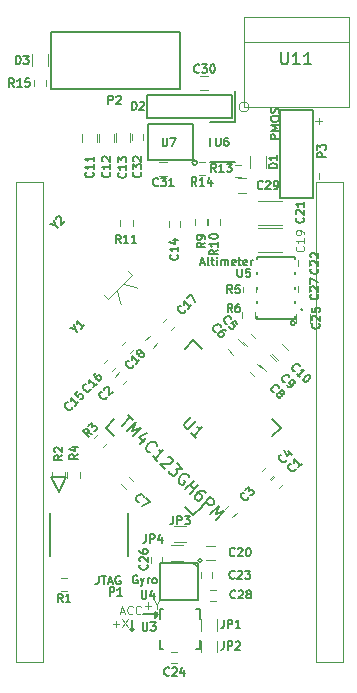
<source format=gbr>
G04 #@! TF.FileFunction,Legend,Top*
%FSLAX46Y46*%
G04 Gerber Fmt 4.6, Leading zero omitted, Abs format (unit mm)*
G04 Created by KiCad (PCBNEW 4.0.7) date 07/17/18 10:36:10*
%MOMM*%
%LPD*%
G01*
G04 APERTURE LIST*
%ADD10C,0.100000*%
%ADD11C,0.200000*%
%ADD12C,0.150000*%
%ADD13C,0.120000*%
%ADD14C,0.152400*%
%ADD15C,0.125000*%
G04 APERTURE END LIST*
D10*
D11*
X109734391Y-99590000D02*
G75*
G03X109734391Y-99590000I-184391J0D01*
G01*
D12*
X108376667Y-83993333D02*
X107676667Y-83993333D01*
X107676667Y-83726667D01*
X107710000Y-83660000D01*
X107743333Y-83626667D01*
X107810000Y-83593333D01*
X107910000Y-83593333D01*
X107976667Y-83626667D01*
X108010000Y-83660000D01*
X108043333Y-83726667D01*
X108043333Y-83993333D01*
X108376667Y-83293333D02*
X107676667Y-83293333D01*
X108176667Y-83060000D01*
X107676667Y-82826667D01*
X108376667Y-82826667D01*
X107676667Y-82360000D02*
X107676667Y-82226667D01*
X107710000Y-82160000D01*
X107776667Y-82093333D01*
X107910000Y-82060000D01*
X108143333Y-82060000D01*
X108276667Y-82093333D01*
X108343333Y-82160000D01*
X108376667Y-82226667D01*
X108376667Y-82360000D01*
X108343333Y-82426667D01*
X108276667Y-82493333D01*
X108143333Y-82526667D01*
X107910000Y-82526667D01*
X107776667Y-82493333D01*
X107710000Y-82426667D01*
X107676667Y-82360000D01*
X108343333Y-81793334D02*
X108376667Y-81693334D01*
X108376667Y-81526667D01*
X108343333Y-81460000D01*
X108310000Y-81426667D01*
X108243333Y-81393334D01*
X108176667Y-81393334D01*
X108110000Y-81426667D01*
X108076667Y-81460000D01*
X108043333Y-81526667D01*
X108010000Y-81660000D01*
X107976667Y-81726667D01*
X107943333Y-81760000D01*
X107876667Y-81793334D01*
X107810000Y-81793334D01*
X107743333Y-81760000D01*
X107710000Y-81726667D01*
X107676667Y-81660000D01*
X107676667Y-81493334D01*
X107710000Y-81393334D01*
X101740000Y-94506667D02*
X102073334Y-94506667D01*
X101673334Y-94706667D02*
X101906667Y-94006667D01*
X102140000Y-94706667D01*
X102473334Y-94706667D02*
X102406667Y-94673333D01*
X102373334Y-94606667D01*
X102373334Y-94006667D01*
X102640001Y-94240000D02*
X102906667Y-94240000D01*
X102740001Y-94006667D02*
X102740001Y-94606667D01*
X102773334Y-94673333D01*
X102840001Y-94706667D01*
X102906667Y-94706667D01*
X103140001Y-94706667D02*
X103140001Y-94240000D01*
X103140001Y-94006667D02*
X103106667Y-94040000D01*
X103140001Y-94073333D01*
X103173334Y-94040000D01*
X103140001Y-94006667D01*
X103140001Y-94073333D01*
X103473334Y-94706667D02*
X103473334Y-94240000D01*
X103473334Y-94306667D02*
X103506667Y-94273333D01*
X103573334Y-94240000D01*
X103673334Y-94240000D01*
X103740000Y-94273333D01*
X103773334Y-94340000D01*
X103773334Y-94706667D01*
X103773334Y-94340000D02*
X103806667Y-94273333D01*
X103873334Y-94240000D01*
X103973334Y-94240000D01*
X104040000Y-94273333D01*
X104073334Y-94340000D01*
X104073334Y-94706667D01*
X104673333Y-94673333D02*
X104606667Y-94706667D01*
X104473333Y-94706667D01*
X104406667Y-94673333D01*
X104373333Y-94606667D01*
X104373333Y-94340000D01*
X104406667Y-94273333D01*
X104473333Y-94240000D01*
X104606667Y-94240000D01*
X104673333Y-94273333D01*
X104706667Y-94340000D01*
X104706667Y-94406667D01*
X104373333Y-94473333D01*
X104906667Y-94240000D02*
X105173333Y-94240000D01*
X105006667Y-94006667D02*
X105006667Y-94606667D01*
X105040000Y-94673333D01*
X105106667Y-94706667D01*
X105173333Y-94706667D01*
X105673333Y-94673333D02*
X105606667Y-94706667D01*
X105473333Y-94706667D01*
X105406667Y-94673333D01*
X105373333Y-94606667D01*
X105373333Y-94340000D01*
X105406667Y-94273333D01*
X105473333Y-94240000D01*
X105606667Y-94240000D01*
X105673333Y-94273333D01*
X105706667Y-94340000D01*
X105706667Y-94406667D01*
X105373333Y-94473333D01*
X106006667Y-94706667D02*
X106006667Y-94240000D01*
X106006667Y-94373333D02*
X106040000Y-94306667D01*
X106073333Y-94273333D01*
X106140000Y-94240000D01*
X106206667Y-94240000D01*
X93103334Y-120986667D02*
X93103334Y-121486667D01*
X93070000Y-121586667D01*
X93003334Y-121653333D01*
X92903334Y-121686667D01*
X92836667Y-121686667D01*
X93336667Y-120986667D02*
X93736667Y-120986667D01*
X93536667Y-121686667D02*
X93536667Y-120986667D01*
X93936666Y-121486667D02*
X94270000Y-121486667D01*
X93870000Y-121686667D02*
X94103333Y-120986667D01*
X94336666Y-121686667D01*
X94936666Y-121020000D02*
X94870000Y-120986667D01*
X94770000Y-120986667D01*
X94670000Y-121020000D01*
X94603333Y-121086667D01*
X94570000Y-121153333D01*
X94536666Y-121286667D01*
X94536666Y-121386667D01*
X94570000Y-121520000D01*
X94603333Y-121586667D01*
X94670000Y-121653333D01*
X94770000Y-121686667D01*
X94836666Y-121686667D01*
X94936666Y-121653333D01*
X94970000Y-121620000D01*
X94970000Y-121386667D01*
X94836666Y-121386667D01*
D10*
X94953333Y-124026667D02*
X95286667Y-124026667D01*
X94886667Y-124226667D02*
X95120000Y-123526667D01*
X95353333Y-124226667D01*
X95986667Y-124160000D02*
X95953333Y-124193333D01*
X95853333Y-124226667D01*
X95786667Y-124226667D01*
X95686667Y-124193333D01*
X95620000Y-124126667D01*
X95586667Y-124060000D01*
X95553333Y-123926667D01*
X95553333Y-123826667D01*
X95586667Y-123693333D01*
X95620000Y-123626667D01*
X95686667Y-123560000D01*
X95786667Y-123526667D01*
X95853333Y-123526667D01*
X95953333Y-123560000D01*
X95986667Y-123593333D01*
X96686667Y-124160000D02*
X96653333Y-124193333D01*
X96553333Y-124226667D01*
X96486667Y-124226667D01*
X96386667Y-124193333D01*
X96320000Y-124126667D01*
X96286667Y-124060000D01*
X96253333Y-123926667D01*
X96253333Y-123826667D01*
X96286667Y-123693333D01*
X96320000Y-123626667D01*
X96386667Y-123560000D01*
X96486667Y-123526667D01*
X96553333Y-123526667D01*
X96653333Y-123560000D01*
X96686667Y-123593333D01*
X94330000Y-125060000D02*
X94863333Y-125060000D01*
X94596666Y-125326667D02*
X94596666Y-124793333D01*
X95130000Y-124626667D02*
X95596667Y-125326667D01*
X95596667Y-124626667D02*
X95130000Y-125326667D01*
D11*
X95760000Y-125470000D02*
X95950000Y-125620000D01*
X96150000Y-125470000D02*
X95760000Y-125470000D01*
X95950000Y-125650000D02*
X96150000Y-125470000D01*
X95950000Y-124690000D02*
X95950000Y-125650000D01*
D10*
X97023334Y-123510000D02*
X97556667Y-123510000D01*
X97290000Y-123776667D02*
X97290000Y-123243333D01*
X98023334Y-123443333D02*
X98023334Y-123776667D01*
X97790001Y-123076667D02*
X98023334Y-123443333D01*
X98256667Y-123076667D01*
D11*
X97920000Y-124520000D02*
X98160000Y-124290000D01*
X97920000Y-124010000D02*
X97920000Y-124520000D01*
X98160000Y-124260000D02*
X97920000Y-124010000D01*
X96900000Y-124260000D02*
X98160000Y-124260000D01*
D10*
X111740000Y-82243335D02*
X111740000Y-82776668D01*
X111473333Y-82510001D02*
X112006667Y-82510001D01*
X111740000Y-86843333D02*
X111740000Y-87376666D01*
D12*
X96393334Y-120970000D02*
X96326668Y-120936667D01*
X96226668Y-120936667D01*
X96126668Y-120970000D01*
X96060001Y-121036667D01*
X96026668Y-121103333D01*
X95993334Y-121236667D01*
X95993334Y-121336667D01*
X96026668Y-121470000D01*
X96060001Y-121536667D01*
X96126668Y-121603333D01*
X96226668Y-121636667D01*
X96293334Y-121636667D01*
X96393334Y-121603333D01*
X96426668Y-121570000D01*
X96426668Y-121336667D01*
X96293334Y-121336667D01*
X96660001Y-121170000D02*
X96826668Y-121636667D01*
X96993334Y-121170000D02*
X96826668Y-121636667D01*
X96760001Y-121803333D01*
X96726668Y-121836667D01*
X96660001Y-121870000D01*
X97260001Y-121636667D02*
X97260001Y-121170000D01*
X97260001Y-121303333D02*
X97293334Y-121236667D01*
X97326667Y-121203333D01*
X97393334Y-121170000D01*
X97460001Y-121170000D01*
X97793334Y-121636667D02*
X97726667Y-121603333D01*
X97693334Y-121570000D01*
X97660000Y-121503333D01*
X97660000Y-121303333D01*
X97693334Y-121236667D01*
X97726667Y-121203333D01*
X97793334Y-121170000D01*
X97893334Y-121170000D01*
X97960000Y-121203333D01*
X97993334Y-121236667D01*
X98026667Y-121303333D01*
X98026667Y-121503333D01*
X97993334Y-121570000D01*
X97960000Y-121603333D01*
X97893334Y-121636667D01*
X97793334Y-121636667D01*
D13*
X108084020Y-112547024D02*
X107730466Y-112900578D01*
X108395146Y-113565258D02*
X108748700Y-113211704D01*
X95144332Y-104790348D02*
X95497886Y-104436794D01*
X94833206Y-103772114D02*
X94479652Y-104125668D01*
X104131558Y-114969486D02*
X103778004Y-115323040D01*
X104442684Y-115987720D02*
X104796238Y-115634166D01*
X107324020Y-111787024D02*
X106970466Y-112140578D01*
X107635146Y-112805258D02*
X107988700Y-112451704D01*
X105328004Y-101171704D02*
X105681558Y-101525258D01*
X106346238Y-100860578D02*
X105992684Y-100507024D01*
X104531905Y-102289453D02*
X104036931Y-101794479D01*
X104885459Y-100945951D02*
X105380433Y-101440925D01*
X95042114Y-113246794D02*
X95395668Y-113600348D01*
X96060348Y-112935668D02*
X95706794Y-112582114D01*
X106908700Y-103393040D02*
X106555146Y-103039486D01*
X105890466Y-103704166D02*
X106244020Y-104057720D01*
X107655459Y-102305951D02*
X108150433Y-102800925D01*
X107301905Y-103649453D02*
X106806931Y-103154479D01*
X108635459Y-101335951D02*
X109130433Y-101830925D01*
X108281905Y-102679453D02*
X107786931Y-102184479D01*
X92940000Y-83560000D02*
X92940000Y-84260000D01*
X91740000Y-84260000D02*
X91740000Y-83560000D01*
X94380000Y-83540000D02*
X94380000Y-84240000D01*
X93180000Y-84240000D02*
X93180000Y-83540000D01*
X95780000Y-83520000D02*
X95780000Y-84220000D01*
X94580000Y-84220000D02*
X94580000Y-83520000D01*
X100030000Y-91485000D02*
X100030000Y-90985000D01*
X99090000Y-90985000D02*
X99090000Y-91485000D01*
X94254332Y-103650348D02*
X94607886Y-103296794D01*
X93943206Y-102632114D02*
X93589652Y-102985668D01*
X95465668Y-101129652D02*
X95112114Y-101483206D01*
X95776794Y-102147886D02*
X96130348Y-101794332D01*
X99242684Y-100187720D02*
X99596238Y-99834166D01*
X98931558Y-99169486D02*
X98578004Y-99523040D01*
X97742684Y-101667720D02*
X98096238Y-101314166D01*
X97431558Y-100649486D02*
X97078004Y-101003040D01*
X102240000Y-118430000D02*
X102940000Y-118430000D01*
X102940000Y-119630000D02*
X102240000Y-119630000D01*
X110921380Y-94772684D02*
X110921380Y-94272684D01*
X109981380Y-94272684D02*
X109981380Y-94772684D01*
X101743422Y-120703298D02*
X101743422Y-121203298D01*
X102683422Y-121203298D02*
X102683422Y-120703298D01*
X99758422Y-127458298D02*
X99258422Y-127458298D01*
X99258422Y-128398298D02*
X99758422Y-128398298D01*
X111051380Y-98857684D02*
X111051380Y-99557684D01*
X109851380Y-99557684D02*
X109851380Y-98857684D01*
X97520000Y-119375000D02*
X97520000Y-119875000D01*
X98460000Y-119875000D02*
X98460000Y-119375000D01*
X109971380Y-96432684D02*
X109971380Y-96932684D01*
X110911380Y-96932684D02*
X110911380Y-96432684D01*
X103038422Y-122168298D02*
X102538422Y-122168298D01*
X102538422Y-123108298D02*
X103038422Y-123108298D01*
X104890000Y-87340000D02*
X105590000Y-87340000D01*
X105590000Y-88540000D02*
X104890000Y-88540000D01*
X102400000Y-79860000D02*
X101700000Y-79860000D01*
X101700000Y-78660000D02*
X102400000Y-78660000D01*
X98230000Y-85950000D02*
X98930000Y-85950000D01*
X98930000Y-87150000D02*
X98230000Y-87150000D01*
X96910000Y-84055000D02*
X96910000Y-83555000D01*
X95970000Y-83555000D02*
X95970000Y-84055000D01*
X105890000Y-86450000D02*
X105890000Y-85450000D01*
X107250000Y-85450000D02*
X107250000Y-86450000D01*
D12*
X104635400Y-79954600D02*
X104635400Y-82494600D01*
X104380000Y-80250000D02*
X97220000Y-80250000D01*
X104380000Y-82250000D02*
X104380000Y-80250000D01*
X97220000Y-82250000D02*
X104380000Y-82250000D01*
X97220000Y-80250000D02*
X97220000Y-82250000D01*
D14*
X89728352Y-113860032D02*
X90363352Y-112590032D01*
X90363352Y-112590032D02*
X89093352Y-112590032D01*
X89093352Y-112590032D02*
X89728352Y-113860032D01*
X88966352Y-115627872D02*
X88966352Y-119310872D01*
X95570352Y-119310872D02*
X95570352Y-115627872D01*
D12*
X108460000Y-89010000D02*
X108460000Y-81510000D01*
X111260000Y-89010000D02*
X108460000Y-89010000D01*
X111257000Y-81510000D02*
X111257000Y-89010000D01*
X108460000Y-81510000D02*
X111260000Y-81510000D01*
D13*
X89928352Y-122247372D02*
X90428352Y-122247372D01*
X90428352Y-121187372D02*
X89928352Y-121187372D01*
X90248352Y-112677372D02*
X90248352Y-112177372D01*
X89188352Y-112177372D02*
X89188352Y-112677372D01*
X93498144Y-110057113D02*
X93851697Y-109703560D01*
X93102164Y-108954027D02*
X92748611Y-109307580D01*
X91528352Y-112677372D02*
X91528352Y-112177372D01*
X90468352Y-112177372D02*
X90468352Y-112677372D01*
X106401380Y-96997684D02*
X106401380Y-96497684D01*
X105341380Y-96497684D02*
X105341380Y-96997684D01*
X105281380Y-98657684D02*
X105281380Y-99157684D01*
X106341380Y-99157684D02*
X106341380Y-98657684D01*
X101250000Y-90780000D02*
X101250000Y-91280000D01*
X102310000Y-91280000D02*
X102310000Y-90780000D01*
X102340000Y-90790000D02*
X102340000Y-91290000D01*
X103400000Y-91290000D02*
X103400000Y-90790000D01*
X95990000Y-91400000D02*
X95990000Y-90900000D01*
X94930000Y-90900000D02*
X94930000Y-91400000D01*
X104680000Y-87230000D02*
X105180000Y-87230000D01*
X105180000Y-86170000D02*
X104680000Y-86170000D01*
X102110000Y-85980000D02*
X101610000Y-85980000D01*
X101610000Y-87040000D02*
X102110000Y-87040000D01*
D14*
X108518083Y-108437372D02*
X107803933Y-107723222D01*
X101118352Y-101037641D02*
X100404202Y-101751791D01*
X93718621Y-108437372D02*
X94432771Y-109151522D01*
X101118352Y-115837103D02*
X101832502Y-115122953D01*
X107803933Y-109151522D02*
X108518083Y-108437372D01*
X101832502Y-101751791D02*
X101118352Y-101037641D01*
X94432771Y-107723222D02*
X93718621Y-108437372D01*
X100404202Y-115122953D02*
X101118352Y-115837103D01*
X101685223Y-127226298D02*
X101685223Y-126432750D01*
X101685223Y-123822698D02*
X101391676Y-123822698D01*
X98281623Y-123822698D02*
X98281623Y-124616246D01*
X98281623Y-127226298D02*
X98575170Y-127226298D01*
X101391676Y-127226298D02*
X101685223Y-127226298D01*
X101685223Y-124616246D02*
X101685223Y-123822698D01*
X98575170Y-123822698D02*
X98281623Y-123822698D01*
X98281623Y-126432750D02*
X98281623Y-127226298D01*
D12*
X101833412Y-119700298D02*
G75*
G03X101833412Y-119700298I-141990J0D01*
G01*
X101119922Y-119890798D02*
X101500922Y-120271798D01*
X98338422Y-119903298D02*
X101488422Y-119903298D01*
X98338422Y-119903298D02*
X98338422Y-123053298D01*
X101488422Y-119903298D02*
X101488422Y-123053298D01*
X98338422Y-123053298D02*
X101488422Y-123053298D01*
D14*
X109780280Y-93953784D02*
X106529080Y-93953784D01*
X106529080Y-93953784D02*
X106529080Y-94164796D01*
X106529080Y-99211584D02*
X109780280Y-99211584D01*
X109780280Y-99211584D02*
X109780280Y-99000572D01*
X109780280Y-97914797D02*
X109780280Y-97750572D01*
X109780280Y-96664796D02*
X109780280Y-96500572D01*
X109780280Y-95414796D02*
X109780280Y-95250571D01*
X109780280Y-94164796D02*
X109780280Y-93953784D01*
X106529080Y-95250571D02*
X106529080Y-95414796D01*
X106529080Y-96500572D02*
X106529080Y-96664796D01*
X106529080Y-97750572D02*
X106529080Y-97914797D01*
X106529080Y-99000572D02*
X106529080Y-99211584D01*
X110379880Y-98457684D02*
G75*
G03X110379880Y-98457684I-76200J0D01*
G01*
X104633300Y-82563599D02*
X102575900Y-82563599D01*
X102575900Y-83902138D02*
X102575900Y-84577860D01*
X102575900Y-85916399D02*
X104633300Y-85916399D01*
D12*
X101456305Y-86008000D02*
G75*
G03X101456305Y-86008000I-200805J0D01*
G01*
X97255000Y-82706000D02*
X101065000Y-82730000D01*
X97255000Y-85730000D02*
X97255000Y-82730000D01*
X101065000Y-85754000D02*
X97255000Y-85754000D01*
X101065000Y-82730000D02*
X101065000Y-85730000D01*
X89040000Y-75041000D02*
X89040000Y-79803500D01*
X100040000Y-79806000D02*
X100040000Y-74980000D01*
X100040000Y-74980000D02*
X89040000Y-74980000D01*
X100040000Y-79803500D02*
X89040000Y-79803500D01*
D13*
X103153422Y-124628298D02*
X103153422Y-125628298D01*
X101793422Y-125628298D02*
X101793422Y-124628298D01*
X101803422Y-127468298D02*
X101803422Y-126468298D01*
X103163422Y-126468298D02*
X103163422Y-127468298D01*
X100520000Y-118150000D02*
X99520000Y-118150000D01*
X99520000Y-116790000D02*
X100520000Y-116790000D01*
X100233422Y-119748298D02*
X99233422Y-119748298D01*
X99233422Y-118388298D02*
X100233422Y-118388298D01*
X106641380Y-93607684D02*
X108641380Y-93607684D01*
X108641380Y-91567684D02*
X106641380Y-91567684D01*
X106611380Y-91267684D02*
X108611380Y-91267684D01*
X108611380Y-89227684D02*
X106611380Y-89227684D01*
X95606399Y-95174809D02*
X95959952Y-95528362D01*
X95959952Y-95528362D02*
X93909343Y-97578972D01*
X93909343Y-97578972D02*
X93555789Y-97225419D01*
X95182135Y-96306180D02*
X96242795Y-96518312D01*
X96242795Y-96518312D02*
X96384216Y-96659733D01*
X94687160Y-96801155D02*
X94899292Y-97861815D01*
X94899292Y-97861815D02*
X95040713Y-98003236D01*
X87470000Y-77810000D02*
X87470000Y-76810000D01*
X88830000Y-76810000D02*
X88830000Y-77810000D01*
X88690000Y-79520000D02*
X88690000Y-79020000D01*
X87630000Y-79020000D02*
X87630000Y-79520000D01*
D10*
X113843000Y-87680000D02*
X113843000Y-128320000D01*
X111557000Y-87680000D02*
X113843000Y-87680000D01*
X111531600Y-128320000D02*
X111557000Y-87680000D01*
X113843000Y-128320000D02*
X111531600Y-128320000D01*
X88443000Y-87680000D02*
X88443000Y-128320000D01*
X86157000Y-87680000D02*
X88443000Y-87680000D01*
X86131600Y-128320000D02*
X86157000Y-87680000D01*
X88443000Y-128320000D02*
X86131600Y-128320000D01*
X105862820Y-81295280D02*
G75*
G03X105862820Y-81295280I-437500J0D01*
G01*
X114275000Y-75800000D02*
X105425000Y-75800000D01*
X114275000Y-73650000D02*
X114275000Y-81300000D01*
X105425000Y-73650000D02*
X114275000Y-73650000D01*
X105425000Y-81300000D02*
X105425000Y-73650000D01*
X114275000Y-81300000D02*
X105425000Y-81300000D01*
D12*
X109784281Y-111909272D02*
X109784281Y-111956413D01*
X109737141Y-112050694D01*
X109690001Y-112097834D01*
X109595719Y-112144974D01*
X109501439Y-112144975D01*
X109430728Y-112121404D01*
X109312877Y-112050694D01*
X109242166Y-111979983D01*
X109171455Y-111862131D01*
X109147885Y-111791421D01*
X109147885Y-111697140D01*
X109195026Y-111602859D01*
X109242166Y-111555719D01*
X109336447Y-111508579D01*
X109383587Y-111508578D01*
X110302826Y-111485009D02*
X110019983Y-111767851D01*
X110161405Y-111626430D02*
X109666430Y-111131455D01*
X109690001Y-111249306D01*
X109690000Y-111343587D01*
X109666430Y-111414298D01*
X93804281Y-105819272D02*
X93804281Y-105866413D01*
X93757141Y-105960694D01*
X93710001Y-106007834D01*
X93615719Y-106054974D01*
X93521439Y-106054975D01*
X93450728Y-106031404D01*
X93332877Y-105960694D01*
X93262166Y-105889983D01*
X93191455Y-105772131D01*
X93167885Y-105701421D01*
X93167885Y-105607140D01*
X93215026Y-105512859D01*
X93262166Y-105465719D01*
X93356447Y-105418579D01*
X93403587Y-105418578D01*
X93592149Y-105230017D02*
X93592149Y-105182876D01*
X93615719Y-105112166D01*
X93733571Y-104994315D01*
X93804281Y-104970744D01*
X93851421Y-104970744D01*
X93922132Y-104994315D01*
X93969273Y-105041455D01*
X94016413Y-105135736D01*
X94016413Y-105701421D01*
X94322826Y-105395009D01*
X105794281Y-114349272D02*
X105794281Y-114396413D01*
X105747141Y-114490694D01*
X105700001Y-114537834D01*
X105605719Y-114584974D01*
X105511439Y-114584975D01*
X105440728Y-114561404D01*
X105322877Y-114490694D01*
X105252166Y-114419983D01*
X105181455Y-114302131D01*
X105157885Y-114231421D01*
X105157885Y-114137140D01*
X105205026Y-114042859D01*
X105252166Y-113995719D01*
X105346447Y-113948579D01*
X105393587Y-113948578D01*
X105511439Y-113736447D02*
X105817851Y-113430034D01*
X105841421Y-113783587D01*
X105912132Y-113712876D01*
X105982843Y-113689306D01*
X106029983Y-113689306D01*
X106100694Y-113712877D01*
X106218545Y-113830727D01*
X106242115Y-113901438D01*
X106242115Y-113948578D01*
X106218545Y-114019289D01*
X106077124Y-114160711D01*
X106006413Y-114184281D01*
X105959273Y-114184281D01*
X108994281Y-111149272D02*
X108994281Y-111196413D01*
X108947141Y-111290694D01*
X108900001Y-111337834D01*
X108805719Y-111384974D01*
X108711439Y-111384975D01*
X108640728Y-111361404D01*
X108522877Y-111290694D01*
X108452166Y-111219983D01*
X108381455Y-111102131D01*
X108357885Y-111031421D01*
X108357885Y-110937140D01*
X108405026Y-110842859D01*
X108452166Y-110795719D01*
X108546447Y-110748579D01*
X108593587Y-110748578D01*
X109135703Y-110442165D02*
X109465686Y-110772149D01*
X108829289Y-110371455D02*
X109064991Y-110842859D01*
X109371405Y-110536446D01*
X103960728Y-99634281D02*
X103913587Y-99634281D01*
X103819306Y-99587141D01*
X103772166Y-99540001D01*
X103725026Y-99445719D01*
X103725025Y-99351439D01*
X103748596Y-99280728D01*
X103819306Y-99162877D01*
X103890017Y-99092166D01*
X104007869Y-99021455D01*
X104078579Y-98997885D01*
X104172860Y-98997885D01*
X104267141Y-99045026D01*
X104314281Y-99092166D01*
X104361421Y-99186447D01*
X104361422Y-99233587D01*
X104856396Y-99634281D02*
X104620694Y-99398579D01*
X104361421Y-99610711D01*
X104408562Y-99610711D01*
X104479273Y-99634281D01*
X104597124Y-99752132D01*
X104620694Y-99822843D01*
X104620694Y-99869983D01*
X104597123Y-99940694D01*
X104479273Y-100058545D01*
X104408562Y-100082115D01*
X104361422Y-100082115D01*
X104290711Y-100058545D01*
X104172859Y-99940694D01*
X104149290Y-99869983D01*
X104149289Y-99822843D01*
X103050728Y-100324281D02*
X103003587Y-100324281D01*
X102909306Y-100277141D01*
X102862166Y-100230001D01*
X102815026Y-100135719D01*
X102815025Y-100041439D01*
X102838596Y-99970728D01*
X102909306Y-99852877D01*
X102980017Y-99782166D01*
X103097869Y-99711455D01*
X103168579Y-99687885D01*
X103262860Y-99687885D01*
X103357141Y-99735026D01*
X103404281Y-99782166D01*
X103451421Y-99876447D01*
X103451422Y-99923587D01*
X103922826Y-100300711D02*
X103828545Y-100206430D01*
X103757835Y-100182860D01*
X103710694Y-100182859D01*
X103592843Y-100206430D01*
X103474991Y-100277141D01*
X103286430Y-100465702D01*
X103262860Y-100536413D01*
X103262860Y-100583553D01*
X103286430Y-100654265D01*
X103380711Y-100748545D01*
X103451422Y-100772115D01*
X103498562Y-100772115D01*
X103569273Y-100748545D01*
X103687123Y-100630694D01*
X103710694Y-100559983D01*
X103710694Y-100512843D01*
X103687124Y-100442132D01*
X103592843Y-100347851D01*
X103522132Y-100324281D01*
X103474992Y-100324281D01*
X103404281Y-100347851D01*
X96530728Y-114724281D02*
X96483587Y-114724281D01*
X96389306Y-114677141D01*
X96342166Y-114630001D01*
X96295026Y-114535719D01*
X96295025Y-114441439D01*
X96318596Y-114370728D01*
X96389306Y-114252877D01*
X96460017Y-114182166D01*
X96577869Y-114111455D01*
X96648579Y-114087885D01*
X96742860Y-114087885D01*
X96837141Y-114135026D01*
X96884281Y-114182166D01*
X96931421Y-114276447D01*
X96931422Y-114323587D01*
X97143553Y-114441439D02*
X97473537Y-114771422D01*
X96766430Y-115054265D01*
X107980728Y-105464281D02*
X107933587Y-105464281D01*
X107839306Y-105417141D01*
X107792166Y-105370001D01*
X107745026Y-105275719D01*
X107745025Y-105181439D01*
X107768596Y-105110728D01*
X107839306Y-104992877D01*
X107910017Y-104922166D01*
X108027869Y-104851455D01*
X108098579Y-104827885D01*
X108192860Y-104827885D01*
X108287141Y-104875026D01*
X108334281Y-104922166D01*
X108381421Y-105016447D01*
X108381422Y-105063587D01*
X108499273Y-105511422D02*
X108475703Y-105440711D01*
X108475703Y-105393571D01*
X108499273Y-105322859D01*
X108522843Y-105299289D01*
X108593554Y-105275719D01*
X108640694Y-105275719D01*
X108711405Y-105299290D01*
X108805685Y-105393571D01*
X108829256Y-105464281D01*
X108829256Y-105511421D01*
X108805685Y-105582132D01*
X108782115Y-105605702D01*
X108711405Y-105629273D01*
X108664265Y-105629273D01*
X108593553Y-105605703D01*
X108499273Y-105511422D01*
X108428562Y-105487851D01*
X108381422Y-105487851D01*
X108310711Y-105511421D01*
X108216430Y-105605702D01*
X108192860Y-105676413D01*
X108192860Y-105723553D01*
X108216430Y-105794265D01*
X108310711Y-105888545D01*
X108381422Y-105912115D01*
X108428562Y-105912115D01*
X108499273Y-105888545D01*
X108593553Y-105794264D01*
X108617124Y-105723553D01*
X108617124Y-105676413D01*
X108593553Y-105605703D01*
X108870728Y-104584281D02*
X108823587Y-104584281D01*
X108729306Y-104537141D01*
X108682166Y-104490001D01*
X108635026Y-104395719D01*
X108635025Y-104301439D01*
X108658596Y-104230728D01*
X108729306Y-104112877D01*
X108800017Y-104042166D01*
X108917869Y-103971455D01*
X108988579Y-103947885D01*
X109082860Y-103947885D01*
X109177141Y-103995026D01*
X109224281Y-104042166D01*
X109271421Y-104136447D01*
X109271422Y-104183587D01*
X109059289Y-104867124D02*
X109153570Y-104961405D01*
X109224281Y-104984975D01*
X109271421Y-104984975D01*
X109389273Y-104961405D01*
X109507123Y-104890694D01*
X109695685Y-104702132D01*
X109719256Y-104631421D01*
X109719256Y-104584281D01*
X109695685Y-104513571D01*
X109601405Y-104419290D01*
X109530694Y-104395719D01*
X109483554Y-104395719D01*
X109412843Y-104419289D01*
X109294991Y-104537141D01*
X109271422Y-104607851D01*
X109271421Y-104654992D01*
X109294992Y-104725703D01*
X109389273Y-104819983D01*
X109459983Y-104843554D01*
X109507124Y-104843553D01*
X109577834Y-104819983D01*
X109745025Y-103658579D02*
X109697885Y-103658578D01*
X109603603Y-103611438D01*
X109556463Y-103564298D01*
X109509323Y-103470017D01*
X109509323Y-103375736D01*
X109532893Y-103305025D01*
X109603603Y-103187174D01*
X109674314Y-103116463D01*
X109792166Y-103045753D01*
X109862876Y-103022183D01*
X109957157Y-103022183D01*
X110051438Y-103069323D01*
X110098578Y-103116463D01*
X110145719Y-103210744D01*
X110145719Y-103257885D01*
X110169289Y-104177123D02*
X109886446Y-103894281D01*
X110027867Y-104035702D02*
X110522842Y-103540727D01*
X110404991Y-103564298D01*
X110310711Y-103564297D01*
X110239999Y-103540727D01*
X110970677Y-103988562D02*
X111017817Y-104035703D01*
X111041387Y-104106413D01*
X111041388Y-104153553D01*
X111017817Y-104224264D01*
X110947107Y-104342115D01*
X110829255Y-104459966D01*
X110711405Y-104530677D01*
X110640694Y-104554247D01*
X110593553Y-104554247D01*
X110522843Y-104530677D01*
X110475702Y-104483537D01*
X110452132Y-104412825D01*
X110452132Y-104365685D01*
X110475703Y-104294975D01*
X110546413Y-104177123D01*
X110664264Y-104059272D01*
X110782115Y-103988562D01*
X110852826Y-103964991D01*
X110899966Y-103964991D01*
X110970677Y-103988562D01*
X92620000Y-86820000D02*
X92653333Y-86853334D01*
X92686667Y-86953334D01*
X92686667Y-87020000D01*
X92653333Y-87120000D01*
X92586667Y-87186667D01*
X92520000Y-87220000D01*
X92386667Y-87253334D01*
X92286667Y-87253334D01*
X92153333Y-87220000D01*
X92086667Y-87186667D01*
X92020000Y-87120000D01*
X91986667Y-87020000D01*
X91986667Y-86953334D01*
X92020000Y-86853334D01*
X92053333Y-86820000D01*
X92686667Y-86153334D02*
X92686667Y-86553334D01*
X92686667Y-86353334D02*
X91986667Y-86353334D01*
X92086667Y-86420000D01*
X92153333Y-86486667D01*
X92186667Y-86553334D01*
X92686667Y-85486667D02*
X92686667Y-85886667D01*
X92686667Y-85686667D02*
X91986667Y-85686667D01*
X92086667Y-85753333D01*
X92153333Y-85820000D01*
X92186667Y-85886667D01*
X94040000Y-86810000D02*
X94073333Y-86843334D01*
X94106667Y-86943334D01*
X94106667Y-87010000D01*
X94073333Y-87110000D01*
X94006667Y-87176667D01*
X93940000Y-87210000D01*
X93806667Y-87243334D01*
X93706667Y-87243334D01*
X93573333Y-87210000D01*
X93506667Y-87176667D01*
X93440000Y-87110000D01*
X93406667Y-87010000D01*
X93406667Y-86943334D01*
X93440000Y-86843334D01*
X93473333Y-86810000D01*
X94106667Y-86143334D02*
X94106667Y-86543334D01*
X94106667Y-86343334D02*
X93406667Y-86343334D01*
X93506667Y-86410000D01*
X93573333Y-86476667D01*
X93606667Y-86543334D01*
X93473333Y-85876667D02*
X93440000Y-85843333D01*
X93406667Y-85776667D01*
X93406667Y-85610000D01*
X93440000Y-85543333D01*
X93473333Y-85510000D01*
X93540000Y-85476667D01*
X93606667Y-85476667D01*
X93706667Y-85510000D01*
X94106667Y-85910000D01*
X94106667Y-85476667D01*
X95390000Y-86860000D02*
X95423333Y-86893334D01*
X95456667Y-86993334D01*
X95456667Y-87060000D01*
X95423333Y-87160000D01*
X95356667Y-87226667D01*
X95290000Y-87260000D01*
X95156667Y-87293334D01*
X95056667Y-87293334D01*
X94923333Y-87260000D01*
X94856667Y-87226667D01*
X94790000Y-87160000D01*
X94756667Y-87060000D01*
X94756667Y-86993334D01*
X94790000Y-86893334D01*
X94823333Y-86860000D01*
X95456667Y-86193334D02*
X95456667Y-86593334D01*
X95456667Y-86393334D02*
X94756667Y-86393334D01*
X94856667Y-86460000D01*
X94923333Y-86526667D01*
X94956667Y-86593334D01*
X94756667Y-85960000D02*
X94756667Y-85526667D01*
X95023333Y-85760000D01*
X95023333Y-85660000D01*
X95056667Y-85593333D01*
X95090000Y-85560000D01*
X95156667Y-85526667D01*
X95323333Y-85526667D01*
X95390000Y-85560000D01*
X95423333Y-85593333D01*
X95456667Y-85660000D01*
X95456667Y-85860000D01*
X95423333Y-85926667D01*
X95390000Y-85960000D01*
X99780000Y-93790000D02*
X99813333Y-93823334D01*
X99846667Y-93923334D01*
X99846667Y-93990000D01*
X99813333Y-94090000D01*
X99746667Y-94156667D01*
X99680000Y-94190000D01*
X99546667Y-94223334D01*
X99446667Y-94223334D01*
X99313333Y-94190000D01*
X99246667Y-94156667D01*
X99180000Y-94090000D01*
X99146667Y-93990000D01*
X99146667Y-93923334D01*
X99180000Y-93823334D01*
X99213333Y-93790000D01*
X99846667Y-93123334D02*
X99846667Y-93523334D01*
X99846667Y-93323334D02*
X99146667Y-93323334D01*
X99246667Y-93390000D01*
X99313333Y-93456667D01*
X99346667Y-93523334D01*
X99380000Y-92523333D02*
X99846667Y-92523333D01*
X99113333Y-92690000D02*
X99613333Y-92856667D01*
X99613333Y-92423333D01*
X90888579Y-106714975D02*
X90888578Y-106762115D01*
X90841438Y-106856397D01*
X90794298Y-106903537D01*
X90700017Y-106950677D01*
X90605736Y-106950677D01*
X90535025Y-106927107D01*
X90417174Y-106856397D01*
X90346463Y-106785686D01*
X90275753Y-106667834D01*
X90252183Y-106597124D01*
X90252183Y-106502843D01*
X90299323Y-106408562D01*
X90346463Y-106361422D01*
X90440744Y-106314281D01*
X90487885Y-106314281D01*
X91407123Y-106290711D02*
X91124281Y-106573554D01*
X91265702Y-106432133D02*
X90770727Y-105937158D01*
X90794298Y-106055009D01*
X90794297Y-106149289D01*
X90770727Y-106220001D01*
X91359983Y-105347902D02*
X91124281Y-105583604D01*
X91336413Y-105842877D01*
X91336413Y-105795736D01*
X91359983Y-105725025D01*
X91477834Y-105607174D01*
X91548545Y-105583604D01*
X91595685Y-105583604D01*
X91666396Y-105607175D01*
X91784247Y-105725025D01*
X91807817Y-105795736D01*
X91807817Y-105842876D01*
X91784247Y-105913587D01*
X91666396Y-106031439D01*
X91595685Y-106055008D01*
X91548545Y-106055009D01*
X92428579Y-105154975D02*
X92428578Y-105202115D01*
X92381438Y-105296397D01*
X92334298Y-105343537D01*
X92240017Y-105390677D01*
X92145736Y-105390677D01*
X92075025Y-105367107D01*
X91957174Y-105296397D01*
X91886463Y-105225686D01*
X91815753Y-105107834D01*
X91792183Y-105037124D01*
X91792183Y-104942843D01*
X91839323Y-104848562D01*
X91886463Y-104801422D01*
X91980744Y-104754281D01*
X92027885Y-104754281D01*
X92947123Y-104730711D02*
X92664281Y-105013554D01*
X92805702Y-104872133D02*
X92310727Y-104377158D01*
X92334298Y-104495009D01*
X92334297Y-104589289D01*
X92310727Y-104660001D01*
X92876413Y-103811472D02*
X92782132Y-103905753D01*
X92758562Y-103976463D01*
X92758561Y-104023604D01*
X92782132Y-104141455D01*
X92852843Y-104259307D01*
X93041404Y-104447868D01*
X93112115Y-104471438D01*
X93159255Y-104471438D01*
X93229967Y-104447868D01*
X93324247Y-104353587D01*
X93347817Y-104282876D01*
X93347817Y-104235736D01*
X93324247Y-104165025D01*
X93206396Y-104047175D01*
X93135685Y-104023604D01*
X93088545Y-104023604D01*
X93017834Y-104047174D01*
X92923553Y-104141455D01*
X92899983Y-104212166D01*
X92899983Y-104259306D01*
X92923553Y-104330017D01*
X100448579Y-98524976D02*
X100448578Y-98572116D01*
X100401438Y-98666398D01*
X100354298Y-98713538D01*
X100260017Y-98760678D01*
X100165736Y-98760678D01*
X100095025Y-98737108D01*
X99977174Y-98666398D01*
X99906463Y-98595687D01*
X99835753Y-98477835D01*
X99812183Y-98407125D01*
X99812183Y-98312844D01*
X99859323Y-98218563D01*
X99906463Y-98171423D01*
X100000744Y-98124282D01*
X100047885Y-98124282D01*
X100967123Y-98100712D02*
X100684281Y-98383555D01*
X100825702Y-98242134D02*
X100330727Y-97747159D01*
X100354298Y-97865010D01*
X100354297Y-97959290D01*
X100330727Y-98030002D01*
X100637141Y-97440746D02*
X100967124Y-97110762D01*
X101249967Y-97817869D01*
X96048579Y-103174975D02*
X96048578Y-103222115D01*
X96001438Y-103316397D01*
X95954298Y-103363537D01*
X95860017Y-103410677D01*
X95765736Y-103410677D01*
X95695025Y-103387107D01*
X95577174Y-103316397D01*
X95506463Y-103245686D01*
X95435753Y-103127834D01*
X95412183Y-103057124D01*
X95412183Y-102962843D01*
X95459323Y-102868562D01*
X95506463Y-102821422D01*
X95600744Y-102774281D01*
X95647885Y-102774281D01*
X96567123Y-102750711D02*
X96284281Y-103033554D01*
X96425702Y-102892133D02*
X95930727Y-102397158D01*
X95954298Y-102515009D01*
X95954297Y-102609289D01*
X95930727Y-102680001D01*
X96567124Y-102185025D02*
X96496413Y-102208595D01*
X96449273Y-102208595D01*
X96378561Y-102185025D01*
X96354991Y-102161455D01*
X96331421Y-102090744D01*
X96331421Y-102043604D01*
X96354992Y-101972893D01*
X96449273Y-101878613D01*
X96519983Y-101855042D01*
X96567123Y-101855042D01*
X96637834Y-101878613D01*
X96661404Y-101902183D01*
X96684975Y-101972893D01*
X96684975Y-102020033D01*
X96661405Y-102090745D01*
X96567124Y-102185025D01*
X96543553Y-102255736D01*
X96543553Y-102302876D01*
X96567123Y-102373587D01*
X96661404Y-102467868D01*
X96732115Y-102491438D01*
X96779255Y-102491438D01*
X96849967Y-102467868D01*
X96944247Y-102373587D01*
X96967817Y-102302876D01*
X96967817Y-102255736D01*
X96944247Y-102185025D01*
X96849966Y-102090745D01*
X96779255Y-102067174D01*
X96732115Y-102067174D01*
X96661405Y-102090745D01*
X104640000Y-119260000D02*
X104606666Y-119293333D01*
X104506666Y-119326667D01*
X104440000Y-119326667D01*
X104340000Y-119293333D01*
X104273333Y-119226667D01*
X104240000Y-119160000D01*
X104206666Y-119026667D01*
X104206666Y-118926667D01*
X104240000Y-118793333D01*
X104273333Y-118726667D01*
X104340000Y-118660000D01*
X104440000Y-118626667D01*
X104506666Y-118626667D01*
X104606666Y-118660000D01*
X104640000Y-118693333D01*
X104906666Y-118693333D02*
X104940000Y-118660000D01*
X105006666Y-118626667D01*
X105173333Y-118626667D01*
X105240000Y-118660000D01*
X105273333Y-118693333D01*
X105306666Y-118760000D01*
X105306666Y-118826667D01*
X105273333Y-118926667D01*
X104873333Y-119326667D01*
X105306666Y-119326667D01*
X105740000Y-118626667D02*
X105806667Y-118626667D01*
X105873333Y-118660000D01*
X105906667Y-118693333D01*
X105940000Y-118760000D01*
X105973333Y-118893333D01*
X105973333Y-119060000D01*
X105940000Y-119193333D01*
X105906667Y-119260000D01*
X105873333Y-119293333D01*
X105806667Y-119326667D01*
X105740000Y-119326667D01*
X105673333Y-119293333D01*
X105640000Y-119260000D01*
X105606667Y-119193333D01*
X105573333Y-119060000D01*
X105573333Y-118893333D01*
X105606667Y-118760000D01*
X105640000Y-118693333D01*
X105673333Y-118660000D01*
X105740000Y-118626667D01*
X111660000Y-94970000D02*
X111693333Y-95003334D01*
X111726667Y-95103334D01*
X111726667Y-95170000D01*
X111693333Y-95270000D01*
X111626667Y-95336667D01*
X111560000Y-95370000D01*
X111426667Y-95403334D01*
X111326667Y-95403334D01*
X111193333Y-95370000D01*
X111126667Y-95336667D01*
X111060000Y-95270000D01*
X111026667Y-95170000D01*
X111026667Y-95103334D01*
X111060000Y-95003334D01*
X111093333Y-94970000D01*
X111093333Y-94703334D02*
X111060000Y-94670000D01*
X111026667Y-94603334D01*
X111026667Y-94436667D01*
X111060000Y-94370000D01*
X111093333Y-94336667D01*
X111160000Y-94303334D01*
X111226667Y-94303334D01*
X111326667Y-94336667D01*
X111726667Y-94736667D01*
X111726667Y-94303334D01*
X111093333Y-94036667D02*
X111060000Y-94003333D01*
X111026667Y-93936667D01*
X111026667Y-93770000D01*
X111060000Y-93703333D01*
X111093333Y-93670000D01*
X111160000Y-93636667D01*
X111226667Y-93636667D01*
X111326667Y-93670000D01*
X111726667Y-94070000D01*
X111726667Y-93636667D01*
X104620000Y-121180000D02*
X104586666Y-121213333D01*
X104486666Y-121246667D01*
X104420000Y-121246667D01*
X104320000Y-121213333D01*
X104253333Y-121146667D01*
X104220000Y-121080000D01*
X104186666Y-120946667D01*
X104186666Y-120846667D01*
X104220000Y-120713333D01*
X104253333Y-120646667D01*
X104320000Y-120580000D01*
X104420000Y-120546667D01*
X104486666Y-120546667D01*
X104586666Y-120580000D01*
X104620000Y-120613333D01*
X104886666Y-120613333D02*
X104920000Y-120580000D01*
X104986666Y-120546667D01*
X105153333Y-120546667D01*
X105220000Y-120580000D01*
X105253333Y-120613333D01*
X105286666Y-120680000D01*
X105286666Y-120746667D01*
X105253333Y-120846667D01*
X104853333Y-121246667D01*
X105286666Y-121246667D01*
X105520000Y-120546667D02*
X105953333Y-120546667D01*
X105720000Y-120813333D01*
X105820000Y-120813333D01*
X105886667Y-120846667D01*
X105920000Y-120880000D01*
X105953333Y-120946667D01*
X105953333Y-121113333D01*
X105920000Y-121180000D01*
X105886667Y-121213333D01*
X105820000Y-121246667D01*
X105620000Y-121246667D01*
X105553333Y-121213333D01*
X105520000Y-121180000D01*
X99080000Y-129370000D02*
X99046666Y-129403333D01*
X98946666Y-129436667D01*
X98880000Y-129436667D01*
X98780000Y-129403333D01*
X98713333Y-129336667D01*
X98680000Y-129270000D01*
X98646666Y-129136667D01*
X98646666Y-129036667D01*
X98680000Y-128903333D01*
X98713333Y-128836667D01*
X98780000Y-128770000D01*
X98880000Y-128736667D01*
X98946666Y-128736667D01*
X99046666Y-128770000D01*
X99080000Y-128803333D01*
X99346666Y-128803333D02*
X99380000Y-128770000D01*
X99446666Y-128736667D01*
X99613333Y-128736667D01*
X99680000Y-128770000D01*
X99713333Y-128803333D01*
X99746666Y-128870000D01*
X99746666Y-128936667D01*
X99713333Y-129036667D01*
X99313333Y-129436667D01*
X99746666Y-129436667D01*
X100346667Y-128970000D02*
X100346667Y-129436667D01*
X100180000Y-128703333D02*
X100013333Y-129203333D01*
X100446667Y-129203333D01*
X111780000Y-99620000D02*
X111813333Y-99653334D01*
X111846667Y-99753334D01*
X111846667Y-99820000D01*
X111813333Y-99920000D01*
X111746667Y-99986667D01*
X111680000Y-100020000D01*
X111546667Y-100053334D01*
X111446667Y-100053334D01*
X111313333Y-100020000D01*
X111246667Y-99986667D01*
X111180000Y-99920000D01*
X111146667Y-99820000D01*
X111146667Y-99753334D01*
X111180000Y-99653334D01*
X111213333Y-99620000D01*
X111213333Y-99353334D02*
X111180000Y-99320000D01*
X111146667Y-99253334D01*
X111146667Y-99086667D01*
X111180000Y-99020000D01*
X111213333Y-98986667D01*
X111280000Y-98953334D01*
X111346667Y-98953334D01*
X111446667Y-98986667D01*
X111846667Y-99386667D01*
X111846667Y-98953334D01*
X111146667Y-98320000D02*
X111146667Y-98653333D01*
X111480000Y-98686667D01*
X111446667Y-98653333D01*
X111413333Y-98586667D01*
X111413333Y-98420000D01*
X111446667Y-98353333D01*
X111480000Y-98320000D01*
X111546667Y-98286667D01*
X111713333Y-98286667D01*
X111780000Y-98320000D01*
X111813333Y-98353333D01*
X111846667Y-98420000D01*
X111846667Y-98586667D01*
X111813333Y-98653333D01*
X111780000Y-98686667D01*
X97200000Y-120040000D02*
X97233333Y-120073334D01*
X97266667Y-120173334D01*
X97266667Y-120240000D01*
X97233333Y-120340000D01*
X97166667Y-120406667D01*
X97100000Y-120440000D01*
X96966667Y-120473334D01*
X96866667Y-120473334D01*
X96733333Y-120440000D01*
X96666667Y-120406667D01*
X96600000Y-120340000D01*
X96566667Y-120240000D01*
X96566667Y-120173334D01*
X96600000Y-120073334D01*
X96633333Y-120040000D01*
X96633333Y-119773334D02*
X96600000Y-119740000D01*
X96566667Y-119673334D01*
X96566667Y-119506667D01*
X96600000Y-119440000D01*
X96633333Y-119406667D01*
X96700000Y-119373334D01*
X96766667Y-119373334D01*
X96866667Y-119406667D01*
X97266667Y-119806667D01*
X97266667Y-119373334D01*
X96566667Y-118773333D02*
X96566667Y-118906667D01*
X96600000Y-118973333D01*
X96633333Y-119006667D01*
X96733333Y-119073333D01*
X96866667Y-119106667D01*
X97133333Y-119106667D01*
X97200000Y-119073333D01*
X97233333Y-119040000D01*
X97266667Y-118973333D01*
X97266667Y-118840000D01*
X97233333Y-118773333D01*
X97200000Y-118740000D01*
X97133333Y-118706667D01*
X96966667Y-118706667D01*
X96900000Y-118740000D01*
X96866667Y-118773333D01*
X96833333Y-118840000D01*
X96833333Y-118973333D01*
X96866667Y-119040000D01*
X96900000Y-119073333D01*
X96966667Y-119106667D01*
X111660000Y-97150000D02*
X111693333Y-97183334D01*
X111726667Y-97283334D01*
X111726667Y-97350000D01*
X111693333Y-97450000D01*
X111626667Y-97516667D01*
X111560000Y-97550000D01*
X111426667Y-97583334D01*
X111326667Y-97583334D01*
X111193333Y-97550000D01*
X111126667Y-97516667D01*
X111060000Y-97450000D01*
X111026667Y-97350000D01*
X111026667Y-97283334D01*
X111060000Y-97183334D01*
X111093333Y-97150000D01*
X111093333Y-96883334D02*
X111060000Y-96850000D01*
X111026667Y-96783334D01*
X111026667Y-96616667D01*
X111060000Y-96550000D01*
X111093333Y-96516667D01*
X111160000Y-96483334D01*
X111226667Y-96483334D01*
X111326667Y-96516667D01*
X111726667Y-96916667D01*
X111726667Y-96483334D01*
X111026667Y-96250000D02*
X111026667Y-95783333D01*
X111726667Y-96083333D01*
X104690000Y-122840000D02*
X104656666Y-122873333D01*
X104556666Y-122906667D01*
X104490000Y-122906667D01*
X104390000Y-122873333D01*
X104323333Y-122806667D01*
X104290000Y-122740000D01*
X104256666Y-122606667D01*
X104256666Y-122506667D01*
X104290000Y-122373333D01*
X104323333Y-122306667D01*
X104390000Y-122240000D01*
X104490000Y-122206667D01*
X104556666Y-122206667D01*
X104656666Y-122240000D01*
X104690000Y-122273333D01*
X104956666Y-122273333D02*
X104990000Y-122240000D01*
X105056666Y-122206667D01*
X105223333Y-122206667D01*
X105290000Y-122240000D01*
X105323333Y-122273333D01*
X105356666Y-122340000D01*
X105356666Y-122406667D01*
X105323333Y-122506667D01*
X104923333Y-122906667D01*
X105356666Y-122906667D01*
X105756667Y-122506667D02*
X105690000Y-122473333D01*
X105656667Y-122440000D01*
X105623333Y-122373333D01*
X105623333Y-122340000D01*
X105656667Y-122273333D01*
X105690000Y-122240000D01*
X105756667Y-122206667D01*
X105890000Y-122206667D01*
X105956667Y-122240000D01*
X105990000Y-122273333D01*
X106023333Y-122340000D01*
X106023333Y-122373333D01*
X105990000Y-122440000D01*
X105956667Y-122473333D01*
X105890000Y-122506667D01*
X105756667Y-122506667D01*
X105690000Y-122540000D01*
X105656667Y-122573333D01*
X105623333Y-122640000D01*
X105623333Y-122773333D01*
X105656667Y-122840000D01*
X105690000Y-122873333D01*
X105756667Y-122906667D01*
X105890000Y-122906667D01*
X105956667Y-122873333D01*
X105990000Y-122840000D01*
X106023333Y-122773333D01*
X106023333Y-122640000D01*
X105990000Y-122573333D01*
X105956667Y-122540000D01*
X105890000Y-122506667D01*
X107000000Y-88180000D02*
X106966666Y-88213333D01*
X106866666Y-88246667D01*
X106800000Y-88246667D01*
X106700000Y-88213333D01*
X106633333Y-88146667D01*
X106600000Y-88080000D01*
X106566666Y-87946667D01*
X106566666Y-87846667D01*
X106600000Y-87713333D01*
X106633333Y-87646667D01*
X106700000Y-87580000D01*
X106800000Y-87546667D01*
X106866666Y-87546667D01*
X106966666Y-87580000D01*
X107000000Y-87613333D01*
X107266666Y-87613333D02*
X107300000Y-87580000D01*
X107366666Y-87546667D01*
X107533333Y-87546667D01*
X107600000Y-87580000D01*
X107633333Y-87613333D01*
X107666666Y-87680000D01*
X107666666Y-87746667D01*
X107633333Y-87846667D01*
X107233333Y-88246667D01*
X107666666Y-88246667D01*
X108000000Y-88246667D02*
X108133333Y-88246667D01*
X108200000Y-88213333D01*
X108233333Y-88180000D01*
X108300000Y-88080000D01*
X108333333Y-87946667D01*
X108333333Y-87680000D01*
X108300000Y-87613333D01*
X108266667Y-87580000D01*
X108200000Y-87546667D01*
X108066667Y-87546667D01*
X108000000Y-87580000D01*
X107966667Y-87613333D01*
X107933333Y-87680000D01*
X107933333Y-87846667D01*
X107966667Y-87913333D01*
X108000000Y-87946667D01*
X108066667Y-87980000D01*
X108200000Y-87980000D01*
X108266667Y-87946667D01*
X108300000Y-87913333D01*
X108333333Y-87846667D01*
X101620000Y-78330000D02*
X101586666Y-78363333D01*
X101486666Y-78396667D01*
X101420000Y-78396667D01*
X101320000Y-78363333D01*
X101253333Y-78296667D01*
X101220000Y-78230000D01*
X101186666Y-78096667D01*
X101186666Y-77996667D01*
X101220000Y-77863333D01*
X101253333Y-77796667D01*
X101320000Y-77730000D01*
X101420000Y-77696667D01*
X101486666Y-77696667D01*
X101586666Y-77730000D01*
X101620000Y-77763333D01*
X101853333Y-77696667D02*
X102286666Y-77696667D01*
X102053333Y-77963333D01*
X102153333Y-77963333D01*
X102220000Y-77996667D01*
X102253333Y-78030000D01*
X102286666Y-78096667D01*
X102286666Y-78263333D01*
X102253333Y-78330000D01*
X102220000Y-78363333D01*
X102153333Y-78396667D01*
X101953333Y-78396667D01*
X101886666Y-78363333D01*
X101853333Y-78330000D01*
X102720000Y-77696667D02*
X102786667Y-77696667D01*
X102853333Y-77730000D01*
X102886667Y-77763333D01*
X102920000Y-77830000D01*
X102953333Y-77963333D01*
X102953333Y-78130000D01*
X102920000Y-78263333D01*
X102886667Y-78330000D01*
X102853333Y-78363333D01*
X102786667Y-78396667D01*
X102720000Y-78396667D01*
X102653333Y-78363333D01*
X102620000Y-78330000D01*
X102586667Y-78263333D01*
X102553333Y-78130000D01*
X102553333Y-77963333D01*
X102586667Y-77830000D01*
X102620000Y-77763333D01*
X102653333Y-77730000D01*
X102720000Y-77696667D01*
X98150000Y-87930000D02*
X98116666Y-87963333D01*
X98016666Y-87996667D01*
X97950000Y-87996667D01*
X97850000Y-87963333D01*
X97783333Y-87896667D01*
X97750000Y-87830000D01*
X97716666Y-87696667D01*
X97716666Y-87596667D01*
X97750000Y-87463333D01*
X97783333Y-87396667D01*
X97850000Y-87330000D01*
X97950000Y-87296667D01*
X98016666Y-87296667D01*
X98116666Y-87330000D01*
X98150000Y-87363333D01*
X98383333Y-87296667D02*
X98816666Y-87296667D01*
X98583333Y-87563333D01*
X98683333Y-87563333D01*
X98750000Y-87596667D01*
X98783333Y-87630000D01*
X98816666Y-87696667D01*
X98816666Y-87863333D01*
X98783333Y-87930000D01*
X98750000Y-87963333D01*
X98683333Y-87996667D01*
X98483333Y-87996667D01*
X98416666Y-87963333D01*
X98383333Y-87930000D01*
X99483333Y-87996667D02*
X99083333Y-87996667D01*
X99283333Y-87996667D02*
X99283333Y-87296667D01*
X99216667Y-87396667D01*
X99150000Y-87463333D01*
X99083333Y-87496667D01*
X96660000Y-86810000D02*
X96693333Y-86843334D01*
X96726667Y-86943334D01*
X96726667Y-87010000D01*
X96693333Y-87110000D01*
X96626667Y-87176667D01*
X96560000Y-87210000D01*
X96426667Y-87243334D01*
X96326667Y-87243334D01*
X96193333Y-87210000D01*
X96126667Y-87176667D01*
X96060000Y-87110000D01*
X96026667Y-87010000D01*
X96026667Y-86943334D01*
X96060000Y-86843334D01*
X96093333Y-86810000D01*
X96026667Y-86576667D02*
X96026667Y-86143334D01*
X96293333Y-86376667D01*
X96293333Y-86276667D01*
X96326667Y-86210000D01*
X96360000Y-86176667D01*
X96426667Y-86143334D01*
X96593333Y-86143334D01*
X96660000Y-86176667D01*
X96693333Y-86210000D01*
X96726667Y-86276667D01*
X96726667Y-86476667D01*
X96693333Y-86543334D01*
X96660000Y-86576667D01*
X96093333Y-85876667D02*
X96060000Y-85843333D01*
X96026667Y-85776667D01*
X96026667Y-85610000D01*
X96060000Y-85543333D01*
X96093333Y-85510000D01*
X96160000Y-85476667D01*
X96226667Y-85476667D01*
X96326667Y-85510000D01*
X96726667Y-85910000D01*
X96726667Y-85476667D01*
X108216667Y-86466666D02*
X107516667Y-86466666D01*
X107516667Y-86300000D01*
X107550000Y-86200000D01*
X107616667Y-86133333D01*
X107683333Y-86100000D01*
X107816667Y-86066666D01*
X107916667Y-86066666D01*
X108050000Y-86100000D01*
X108116667Y-86133333D01*
X108183333Y-86200000D01*
X108216667Y-86300000D01*
X108216667Y-86466666D01*
X108216667Y-85400000D02*
X108216667Y-85800000D01*
X108216667Y-85600000D02*
X107516667Y-85600000D01*
X107616667Y-85666666D01*
X107683333Y-85733333D01*
X107716667Y-85800000D01*
X95923334Y-81536667D02*
X95923334Y-80836667D01*
X96090000Y-80836667D01*
X96190000Y-80870000D01*
X96256667Y-80936667D01*
X96290000Y-81003333D01*
X96323334Y-81136667D01*
X96323334Y-81236667D01*
X96290000Y-81370000D01*
X96256667Y-81436667D01*
X96190000Y-81503333D01*
X96090000Y-81536667D01*
X95923334Y-81536667D01*
X96590000Y-80903333D02*
X96623334Y-80870000D01*
X96690000Y-80836667D01*
X96856667Y-80836667D01*
X96923334Y-80870000D01*
X96956667Y-80903333D01*
X96990000Y-80970000D01*
X96990000Y-81036667D01*
X96956667Y-81136667D01*
X96556667Y-81536667D01*
X96990000Y-81536667D01*
X94043334Y-122666667D02*
X94043334Y-121966667D01*
X94310000Y-121966667D01*
X94376667Y-122000000D01*
X94410000Y-122033333D01*
X94443334Y-122100000D01*
X94443334Y-122200000D01*
X94410000Y-122266667D01*
X94376667Y-122300000D01*
X94310000Y-122333333D01*
X94043334Y-122333333D01*
X95110000Y-122666667D02*
X94710000Y-122666667D01*
X94910000Y-122666667D02*
X94910000Y-121966667D01*
X94843334Y-122066667D01*
X94776667Y-122133333D01*
X94710000Y-122166667D01*
X112326667Y-85546666D02*
X111626667Y-85546666D01*
X111626667Y-85280000D01*
X111660000Y-85213333D01*
X111693333Y-85180000D01*
X111760000Y-85146666D01*
X111860000Y-85146666D01*
X111926667Y-85180000D01*
X111960000Y-85213333D01*
X111993333Y-85280000D01*
X111993333Y-85546666D01*
X111626667Y-84913333D02*
X111626667Y-84480000D01*
X111893333Y-84713333D01*
X111893333Y-84613333D01*
X111926667Y-84546666D01*
X111960000Y-84513333D01*
X112026667Y-84480000D01*
X112193333Y-84480000D01*
X112260000Y-84513333D01*
X112293333Y-84546666D01*
X112326667Y-84613333D01*
X112326667Y-84813333D01*
X112293333Y-84880000D01*
X112260000Y-84913333D01*
X90061686Y-123226667D02*
X89828352Y-122893333D01*
X89661686Y-123226667D02*
X89661686Y-122526667D01*
X89928352Y-122526667D01*
X89995019Y-122560000D01*
X90028352Y-122593333D01*
X90061686Y-122660000D01*
X90061686Y-122760000D01*
X90028352Y-122826667D01*
X89995019Y-122860000D01*
X89928352Y-122893333D01*
X89661686Y-122893333D01*
X90728352Y-123226667D02*
X90328352Y-123226667D01*
X90528352Y-123226667D02*
X90528352Y-122526667D01*
X90461686Y-122626667D01*
X90395019Y-122693333D01*
X90328352Y-122726667D01*
X90046667Y-110776666D02*
X89713333Y-111010000D01*
X90046667Y-111176666D02*
X89346667Y-111176666D01*
X89346667Y-110910000D01*
X89380000Y-110843333D01*
X89413333Y-110810000D01*
X89480000Y-110776666D01*
X89580000Y-110776666D01*
X89646667Y-110810000D01*
X89680000Y-110843333D01*
X89713333Y-110910000D01*
X89713333Y-111176666D01*
X89413333Y-110510000D02*
X89380000Y-110476666D01*
X89346667Y-110410000D01*
X89346667Y-110243333D01*
X89380000Y-110176666D01*
X89413333Y-110143333D01*
X89480000Y-110110000D01*
X89546667Y-110110000D01*
X89646667Y-110143333D01*
X90046667Y-110543333D01*
X90046667Y-110110000D01*
X92581422Y-108976413D02*
X92180727Y-108905702D01*
X92298579Y-109259255D02*
X91803605Y-108764281D01*
X91992166Y-108575719D01*
X92062877Y-108552149D01*
X92110017Y-108552149D01*
X92180728Y-108575719D01*
X92251439Y-108646429D01*
X92275009Y-108717141D01*
X92275009Y-108764281D01*
X92251438Y-108834991D01*
X92062877Y-109023553D01*
X92251439Y-108316447D02*
X92557851Y-108010034D01*
X92581421Y-108363587D01*
X92652132Y-108292876D01*
X92722843Y-108269306D01*
X92769983Y-108269306D01*
X92840694Y-108292877D01*
X92958545Y-108410727D01*
X92982115Y-108481438D01*
X92982115Y-108528578D01*
X92958545Y-108599289D01*
X92817124Y-108740711D01*
X92746413Y-108764281D01*
X92699273Y-108764281D01*
X91326667Y-110706666D02*
X90993333Y-110940000D01*
X91326667Y-111106666D02*
X90626667Y-111106666D01*
X90626667Y-110840000D01*
X90660000Y-110773333D01*
X90693333Y-110740000D01*
X90760000Y-110706666D01*
X90860000Y-110706666D01*
X90926667Y-110740000D01*
X90960000Y-110773333D01*
X90993333Y-110840000D01*
X90993333Y-111106666D01*
X90860000Y-110106666D02*
X91326667Y-110106666D01*
X90593333Y-110273333D02*
X91093333Y-110440000D01*
X91093333Y-110006666D01*
X104423334Y-97066667D02*
X104190000Y-96733333D01*
X104023334Y-97066667D02*
X104023334Y-96366667D01*
X104290000Y-96366667D01*
X104356667Y-96400000D01*
X104390000Y-96433333D01*
X104423334Y-96500000D01*
X104423334Y-96600000D01*
X104390000Y-96666667D01*
X104356667Y-96700000D01*
X104290000Y-96733333D01*
X104023334Y-96733333D01*
X105056667Y-96366667D02*
X104723334Y-96366667D01*
X104690000Y-96700000D01*
X104723334Y-96666667D01*
X104790000Y-96633333D01*
X104956667Y-96633333D01*
X105023334Y-96666667D01*
X105056667Y-96700000D01*
X105090000Y-96766667D01*
X105090000Y-96933333D01*
X105056667Y-97000000D01*
X105023334Y-97033333D01*
X104956667Y-97066667D01*
X104790000Y-97066667D01*
X104723334Y-97033333D01*
X104690000Y-97000000D01*
X104433334Y-98666667D02*
X104200000Y-98333333D01*
X104033334Y-98666667D02*
X104033334Y-97966667D01*
X104300000Y-97966667D01*
X104366667Y-98000000D01*
X104400000Y-98033333D01*
X104433334Y-98100000D01*
X104433334Y-98200000D01*
X104400000Y-98266667D01*
X104366667Y-98300000D01*
X104300000Y-98333333D01*
X104033334Y-98333333D01*
X105033334Y-97966667D02*
X104900000Y-97966667D01*
X104833334Y-98000000D01*
X104800000Y-98033333D01*
X104733334Y-98133333D01*
X104700000Y-98266667D01*
X104700000Y-98533333D01*
X104733334Y-98600000D01*
X104766667Y-98633333D01*
X104833334Y-98666667D01*
X104966667Y-98666667D01*
X105033334Y-98633333D01*
X105066667Y-98600000D01*
X105100000Y-98533333D01*
X105100000Y-98366667D01*
X105066667Y-98300000D01*
X105033334Y-98266667D01*
X104966667Y-98233333D01*
X104833334Y-98233333D01*
X104766667Y-98266667D01*
X104733334Y-98300000D01*
X104700000Y-98366667D01*
X102106667Y-92786666D02*
X101773333Y-93020000D01*
X102106667Y-93186666D02*
X101406667Y-93186666D01*
X101406667Y-92920000D01*
X101440000Y-92853333D01*
X101473333Y-92820000D01*
X101540000Y-92786666D01*
X101640000Y-92786666D01*
X101706667Y-92820000D01*
X101740000Y-92853333D01*
X101773333Y-92920000D01*
X101773333Y-93186666D01*
X102106667Y-92453333D02*
X102106667Y-92320000D01*
X102073333Y-92253333D01*
X102040000Y-92220000D01*
X101940000Y-92153333D01*
X101806667Y-92120000D01*
X101540000Y-92120000D01*
X101473333Y-92153333D01*
X101440000Y-92186666D01*
X101406667Y-92253333D01*
X101406667Y-92386666D01*
X101440000Y-92453333D01*
X101473333Y-92486666D01*
X101540000Y-92520000D01*
X101706667Y-92520000D01*
X101773333Y-92486666D01*
X101806667Y-92453333D01*
X101840000Y-92386666D01*
X101840000Y-92253333D01*
X101806667Y-92186666D01*
X101773333Y-92153333D01*
X101706667Y-92120000D01*
X103196667Y-93380000D02*
X102863333Y-93613334D01*
X103196667Y-93780000D02*
X102496667Y-93780000D01*
X102496667Y-93513334D01*
X102530000Y-93446667D01*
X102563333Y-93413334D01*
X102630000Y-93380000D01*
X102730000Y-93380000D01*
X102796667Y-93413334D01*
X102830000Y-93446667D01*
X102863333Y-93513334D01*
X102863333Y-93780000D01*
X103196667Y-92713334D02*
X103196667Y-93113334D01*
X103196667Y-92913334D02*
X102496667Y-92913334D01*
X102596667Y-92980000D01*
X102663333Y-93046667D01*
X102696667Y-93113334D01*
X102496667Y-92280000D02*
X102496667Y-92213333D01*
X102530000Y-92146667D01*
X102563333Y-92113333D01*
X102630000Y-92080000D01*
X102763333Y-92046667D01*
X102930000Y-92046667D01*
X103063333Y-92080000D01*
X103130000Y-92113333D01*
X103163333Y-92146667D01*
X103196667Y-92213333D01*
X103196667Y-92280000D01*
X103163333Y-92346667D01*
X103130000Y-92380000D01*
X103063333Y-92413333D01*
X102930000Y-92446667D01*
X102763333Y-92446667D01*
X102630000Y-92413333D01*
X102563333Y-92380000D01*
X102530000Y-92346667D01*
X102496667Y-92280000D01*
X94970000Y-92836667D02*
X94736666Y-92503333D01*
X94570000Y-92836667D02*
X94570000Y-92136667D01*
X94836666Y-92136667D01*
X94903333Y-92170000D01*
X94936666Y-92203333D01*
X94970000Y-92270000D01*
X94970000Y-92370000D01*
X94936666Y-92436667D01*
X94903333Y-92470000D01*
X94836666Y-92503333D01*
X94570000Y-92503333D01*
X95636666Y-92836667D02*
X95236666Y-92836667D01*
X95436666Y-92836667D02*
X95436666Y-92136667D01*
X95370000Y-92236667D01*
X95303333Y-92303333D01*
X95236666Y-92336667D01*
X96303333Y-92836667D02*
X95903333Y-92836667D01*
X96103333Y-92836667D02*
X96103333Y-92136667D01*
X96036667Y-92236667D01*
X95970000Y-92303333D01*
X95903333Y-92336667D01*
X103050000Y-86786667D02*
X102816666Y-86453333D01*
X102650000Y-86786667D02*
X102650000Y-86086667D01*
X102916666Y-86086667D01*
X102983333Y-86120000D01*
X103016666Y-86153333D01*
X103050000Y-86220000D01*
X103050000Y-86320000D01*
X103016666Y-86386667D01*
X102983333Y-86420000D01*
X102916666Y-86453333D01*
X102650000Y-86453333D01*
X103716666Y-86786667D02*
X103316666Y-86786667D01*
X103516666Y-86786667D02*
X103516666Y-86086667D01*
X103450000Y-86186667D01*
X103383333Y-86253333D01*
X103316666Y-86286667D01*
X103950000Y-86086667D02*
X104383333Y-86086667D01*
X104150000Y-86353333D01*
X104250000Y-86353333D01*
X104316667Y-86386667D01*
X104350000Y-86420000D01*
X104383333Y-86486667D01*
X104383333Y-86653333D01*
X104350000Y-86720000D01*
X104316667Y-86753333D01*
X104250000Y-86786667D01*
X104050000Y-86786667D01*
X103983333Y-86753333D01*
X103950000Y-86720000D01*
X101400000Y-87956667D02*
X101166666Y-87623333D01*
X101000000Y-87956667D02*
X101000000Y-87256667D01*
X101266666Y-87256667D01*
X101333333Y-87290000D01*
X101366666Y-87323333D01*
X101400000Y-87390000D01*
X101400000Y-87490000D01*
X101366666Y-87556667D01*
X101333333Y-87590000D01*
X101266666Y-87623333D01*
X101000000Y-87623333D01*
X102066666Y-87956667D02*
X101666666Y-87956667D01*
X101866666Y-87956667D02*
X101866666Y-87256667D01*
X101800000Y-87356667D01*
X101733333Y-87423333D01*
X101666666Y-87456667D01*
X102666667Y-87490000D02*
X102666667Y-87956667D01*
X102500000Y-87223333D02*
X102333333Y-87723333D01*
X102766667Y-87723333D01*
X100966829Y-107511399D02*
X100394409Y-108083819D01*
X100360737Y-108184834D01*
X100360737Y-108252177D01*
X100394409Y-108353192D01*
X100529097Y-108487880D01*
X100630112Y-108521552D01*
X100697455Y-108521552D01*
X100798470Y-108487880D01*
X101370890Y-107915460D01*
X101370890Y-109329674D02*
X100966829Y-108925612D01*
X101168859Y-109127643D02*
X101875966Y-108420536D01*
X101707607Y-108454208D01*
X101572921Y-108454208D01*
X101471905Y-108420536D01*
X95602436Y-107367986D02*
X96006497Y-107772047D01*
X95097359Y-108277123D02*
X95804466Y-107570016D01*
X95535092Y-108714856D02*
X96242199Y-108007749D01*
X95972825Y-108748528D01*
X96713604Y-108479154D01*
X96006497Y-109186260D01*
X97117665Y-109354619D02*
X96646260Y-109826024D01*
X97218680Y-108916886D02*
X96545245Y-109253604D01*
X96982978Y-109691337D01*
X97488054Y-110533131D02*
X97420711Y-110533131D01*
X97286024Y-110465787D01*
X97218680Y-110398444D01*
X97151336Y-110263756D01*
X97151336Y-110129069D01*
X97185008Y-110028054D01*
X97286023Y-109859696D01*
X97387039Y-109758680D01*
X97555398Y-109657665D01*
X97656413Y-109623993D01*
X97791100Y-109623993D01*
X97925787Y-109691337D01*
X97993131Y-109758680D01*
X98060474Y-109893367D01*
X98060474Y-109960711D01*
X98094146Y-111273909D02*
X97690084Y-110869848D01*
X97892115Y-111071878D02*
X98599222Y-110364771D01*
X98430863Y-110398443D01*
X98296176Y-110398443D01*
X98195161Y-110364771D01*
X99003283Y-110903519D02*
X99070626Y-110903519D01*
X99171641Y-110937191D01*
X99340001Y-111105550D01*
X99373672Y-111206566D01*
X99373672Y-111273909D01*
X99340001Y-111374924D01*
X99272657Y-111442268D01*
X99137970Y-111509611D01*
X98329848Y-111509611D01*
X98767581Y-111947344D01*
X99710390Y-111475939D02*
X100148123Y-111913672D01*
X99643046Y-111947343D01*
X99744062Y-112048359D01*
X99777734Y-112149374D01*
X99777734Y-112216718D01*
X99744061Y-112317734D01*
X99575703Y-112486092D01*
X99474688Y-112519764D01*
X99407344Y-112519764D01*
X99306329Y-112486092D01*
X99104298Y-112284061D01*
X99070626Y-112183046D01*
X99070626Y-112115703D01*
X100787886Y-112620779D02*
X100754214Y-112519764D01*
X100653199Y-112418749D01*
X100518512Y-112351405D01*
X100383825Y-112351405D01*
X100282810Y-112385076D01*
X100114451Y-112486092D01*
X100013435Y-112587107D01*
X99912420Y-112755466D01*
X99878748Y-112856481D01*
X99878748Y-112991168D01*
X99946092Y-113125856D01*
X100013436Y-113193199D01*
X100148123Y-113260543D01*
X100215466Y-113260543D01*
X100451168Y-113024841D01*
X100316481Y-112890154D01*
X100451168Y-113630931D02*
X101158275Y-112923825D01*
X100821558Y-113260542D02*
X101225619Y-113664603D01*
X100855229Y-114034993D02*
X101562336Y-113327886D01*
X102202100Y-113967649D02*
X102067412Y-113832962D01*
X101966397Y-113799290D01*
X101899053Y-113799290D01*
X101730695Y-113832962D01*
X101562336Y-113933977D01*
X101292962Y-114203351D01*
X101259290Y-114304367D01*
X101259290Y-114371710D01*
X101292962Y-114472725D01*
X101427649Y-114607413D01*
X101528664Y-114641084D01*
X101596008Y-114641084D01*
X101697023Y-114607413D01*
X101865382Y-114439054D01*
X101899054Y-114338038D01*
X101899054Y-114270695D01*
X101865382Y-114169680D01*
X101730695Y-114034992D01*
X101629680Y-114001320D01*
X101562336Y-114001320D01*
X101461320Y-114034993D01*
X101865382Y-115045145D02*
X102572488Y-114338038D01*
X102841863Y-114607413D01*
X102875535Y-114708428D01*
X102875535Y-114775771D01*
X102841863Y-114876786D01*
X102740848Y-114977802D01*
X102639833Y-115011473D01*
X102572489Y-115011473D01*
X102471474Y-114977802D01*
X102202100Y-114708427D01*
X102572488Y-115752252D02*
X103279595Y-115045145D01*
X103010221Y-115785924D01*
X103751000Y-115516550D01*
X103043893Y-116223657D01*
X96836667Y-124936667D02*
X96836667Y-125503333D01*
X96870000Y-125570000D01*
X96903333Y-125603333D01*
X96970000Y-125636667D01*
X97103333Y-125636667D01*
X97170000Y-125603333D01*
X97203333Y-125570000D01*
X97236667Y-125503333D01*
X97236667Y-124936667D01*
X97503333Y-124936667D02*
X97936666Y-124936667D01*
X97703333Y-125203333D01*
X97803333Y-125203333D01*
X97870000Y-125236667D01*
X97903333Y-125270000D01*
X97936666Y-125336667D01*
X97936666Y-125503333D01*
X97903333Y-125570000D01*
X97870000Y-125603333D01*
X97803333Y-125636667D01*
X97603333Y-125636667D01*
X97536666Y-125603333D01*
X97503333Y-125570000D01*
X96766667Y-122226667D02*
X96766667Y-122793333D01*
X96800000Y-122860000D01*
X96833333Y-122893333D01*
X96900000Y-122926667D01*
X97033333Y-122926667D01*
X97100000Y-122893333D01*
X97133333Y-122860000D01*
X97166667Y-122793333D01*
X97166667Y-122226667D01*
X97800000Y-122460000D02*
X97800000Y-122926667D01*
X97633333Y-122193333D02*
X97466666Y-122693333D01*
X97900000Y-122693333D01*
X104866667Y-94976667D02*
X104866667Y-95543333D01*
X104900000Y-95610000D01*
X104933333Y-95643333D01*
X105000000Y-95676667D01*
X105133333Y-95676667D01*
X105200000Y-95643333D01*
X105233333Y-95610000D01*
X105266667Y-95543333D01*
X105266667Y-94976667D01*
X105933333Y-94976667D02*
X105600000Y-94976667D01*
X105566666Y-95310000D01*
X105600000Y-95276667D01*
X105666666Y-95243333D01*
X105833333Y-95243333D01*
X105900000Y-95276667D01*
X105933333Y-95310000D01*
X105966666Y-95376667D01*
X105966666Y-95543333D01*
X105933333Y-95610000D01*
X105900000Y-95643333D01*
X105833333Y-95676667D01*
X105666666Y-95676667D01*
X105600000Y-95643333D01*
X105566666Y-95610000D01*
X103036667Y-83886667D02*
X103036667Y-84453333D01*
X103070000Y-84520000D01*
X103103333Y-84553333D01*
X103170000Y-84586667D01*
X103303333Y-84586667D01*
X103370000Y-84553333D01*
X103403333Y-84520000D01*
X103436667Y-84453333D01*
X103436667Y-83886667D01*
X104070000Y-83886667D02*
X103936666Y-83886667D01*
X103870000Y-83920000D01*
X103836666Y-83953333D01*
X103770000Y-84053333D01*
X103736666Y-84186667D01*
X103736666Y-84453333D01*
X103770000Y-84520000D01*
X103803333Y-84553333D01*
X103870000Y-84586667D01*
X104003333Y-84586667D01*
X104070000Y-84553333D01*
X104103333Y-84520000D01*
X104136666Y-84453333D01*
X104136666Y-84286667D01*
X104103333Y-84220000D01*
X104070000Y-84186667D01*
X104003333Y-84153333D01*
X103870000Y-84153333D01*
X103803333Y-84186667D01*
X103770000Y-84220000D01*
X103736666Y-84286667D01*
X98526667Y-83896667D02*
X98526667Y-84463333D01*
X98560000Y-84530000D01*
X98593333Y-84563333D01*
X98660000Y-84596667D01*
X98793333Y-84596667D01*
X98860000Y-84563333D01*
X98893333Y-84530000D01*
X98926667Y-84463333D01*
X98926667Y-83896667D01*
X99193333Y-83896667D02*
X99660000Y-83896667D01*
X99360000Y-84596667D01*
X91082513Y-100123917D02*
X91318215Y-100359619D01*
X90658249Y-100029636D02*
X91082513Y-100123917D01*
X90988232Y-99699653D01*
X91907471Y-99770364D02*
X91624628Y-100053207D01*
X91766049Y-99911785D02*
X91271075Y-99416811D01*
X91294645Y-99534661D01*
X91294645Y-99628942D01*
X91271075Y-99699653D01*
X93933334Y-81046667D02*
X93933334Y-80346667D01*
X94200000Y-80346667D01*
X94266667Y-80380000D01*
X94300000Y-80413333D01*
X94333334Y-80480000D01*
X94333334Y-80580000D01*
X94300000Y-80646667D01*
X94266667Y-80680000D01*
X94200000Y-80713333D01*
X93933334Y-80713333D01*
X94600000Y-80413333D02*
X94633334Y-80380000D01*
X94700000Y-80346667D01*
X94866667Y-80346667D01*
X94933334Y-80380000D01*
X94966667Y-80413333D01*
X95000000Y-80480000D01*
X95000000Y-80546667D01*
X94966667Y-80646667D01*
X94566667Y-81046667D01*
X95000000Y-81046667D01*
X103706667Y-124726667D02*
X103706667Y-125226667D01*
X103673333Y-125326667D01*
X103606667Y-125393333D01*
X103506667Y-125426667D01*
X103440000Y-125426667D01*
X104040000Y-125426667D02*
X104040000Y-124726667D01*
X104306666Y-124726667D01*
X104373333Y-124760000D01*
X104406666Y-124793333D01*
X104440000Y-124860000D01*
X104440000Y-124960000D01*
X104406666Y-125026667D01*
X104373333Y-125060000D01*
X104306666Y-125093333D01*
X104040000Y-125093333D01*
X105106666Y-125426667D02*
X104706666Y-125426667D01*
X104906666Y-125426667D02*
X104906666Y-124726667D01*
X104840000Y-124826667D01*
X104773333Y-124893333D01*
X104706666Y-124926667D01*
X103706667Y-126546667D02*
X103706667Y-127046667D01*
X103673333Y-127146667D01*
X103606667Y-127213333D01*
X103506667Y-127246667D01*
X103440000Y-127246667D01*
X104040000Y-127246667D02*
X104040000Y-126546667D01*
X104306666Y-126546667D01*
X104373333Y-126580000D01*
X104406666Y-126613333D01*
X104440000Y-126680000D01*
X104440000Y-126780000D01*
X104406666Y-126846667D01*
X104373333Y-126880000D01*
X104306666Y-126913333D01*
X104040000Y-126913333D01*
X104706666Y-126613333D02*
X104740000Y-126580000D01*
X104806666Y-126546667D01*
X104973333Y-126546667D01*
X105040000Y-126580000D01*
X105073333Y-126613333D01*
X105106666Y-126680000D01*
X105106666Y-126746667D01*
X105073333Y-126846667D01*
X104673333Y-127246667D01*
X105106666Y-127246667D01*
X99426667Y-115936667D02*
X99426667Y-116436667D01*
X99393333Y-116536667D01*
X99326667Y-116603333D01*
X99226667Y-116636667D01*
X99160000Y-116636667D01*
X99760000Y-116636667D02*
X99760000Y-115936667D01*
X100026666Y-115936667D01*
X100093333Y-115970000D01*
X100126666Y-116003333D01*
X100160000Y-116070000D01*
X100160000Y-116170000D01*
X100126666Y-116236667D01*
X100093333Y-116270000D01*
X100026666Y-116303333D01*
X99760000Y-116303333D01*
X100393333Y-115936667D02*
X100826666Y-115936667D01*
X100593333Y-116203333D01*
X100693333Y-116203333D01*
X100760000Y-116236667D01*
X100793333Y-116270000D01*
X100826666Y-116336667D01*
X100826666Y-116503333D01*
X100793333Y-116570000D01*
X100760000Y-116603333D01*
X100693333Y-116636667D01*
X100493333Y-116636667D01*
X100426666Y-116603333D01*
X100393333Y-116570000D01*
X97126667Y-117476667D02*
X97126667Y-117976667D01*
X97093333Y-118076667D01*
X97026667Y-118143333D01*
X96926667Y-118176667D01*
X96860000Y-118176667D01*
X97460000Y-118176667D02*
X97460000Y-117476667D01*
X97726666Y-117476667D01*
X97793333Y-117510000D01*
X97826666Y-117543333D01*
X97860000Y-117610000D01*
X97860000Y-117710000D01*
X97826666Y-117776667D01*
X97793333Y-117810000D01*
X97726666Y-117843333D01*
X97460000Y-117843333D01*
X98460000Y-117710000D02*
X98460000Y-118176667D01*
X98293333Y-117443333D02*
X98126666Y-117943333D01*
X98560000Y-117943333D01*
D15*
X110450000Y-93080000D02*
X110483333Y-93113334D01*
X110516667Y-93213334D01*
X110516667Y-93280000D01*
X110483333Y-93380000D01*
X110416667Y-93446667D01*
X110350000Y-93480000D01*
X110216667Y-93513334D01*
X110116667Y-93513334D01*
X109983333Y-93480000D01*
X109916667Y-93446667D01*
X109850000Y-93380000D01*
X109816667Y-93280000D01*
X109816667Y-93213334D01*
X109850000Y-93113334D01*
X109883333Y-93080000D01*
X110516667Y-92413334D02*
X110516667Y-92813334D01*
X110516667Y-92613334D02*
X109816667Y-92613334D01*
X109916667Y-92680000D01*
X109983333Y-92746667D01*
X110016667Y-92813334D01*
X110516667Y-92080000D02*
X110516667Y-91946667D01*
X110483333Y-91880000D01*
X110450000Y-91846667D01*
X110350000Y-91780000D01*
X110216667Y-91746667D01*
X109950000Y-91746667D01*
X109883333Y-91780000D01*
X109850000Y-91813333D01*
X109816667Y-91880000D01*
X109816667Y-92013333D01*
X109850000Y-92080000D01*
X109883333Y-92113333D01*
X109950000Y-92146667D01*
X110116667Y-92146667D01*
X110183333Y-92113333D01*
X110216667Y-92080000D01*
X110250000Y-92013333D01*
X110250000Y-91880000D01*
X110216667Y-91813333D01*
X110183333Y-91780000D01*
X110116667Y-91746667D01*
D12*
X110430000Y-90660000D02*
X110463333Y-90693334D01*
X110496667Y-90793334D01*
X110496667Y-90860000D01*
X110463333Y-90960000D01*
X110396667Y-91026667D01*
X110330000Y-91060000D01*
X110196667Y-91093334D01*
X110096667Y-91093334D01*
X109963333Y-91060000D01*
X109896667Y-91026667D01*
X109830000Y-90960000D01*
X109796667Y-90860000D01*
X109796667Y-90793334D01*
X109830000Y-90693334D01*
X109863333Y-90660000D01*
X109863333Y-90393334D02*
X109830000Y-90360000D01*
X109796667Y-90293334D01*
X109796667Y-90126667D01*
X109830000Y-90060000D01*
X109863333Y-90026667D01*
X109930000Y-89993334D01*
X109996667Y-89993334D01*
X110096667Y-90026667D01*
X110496667Y-90426667D01*
X110496667Y-89993334D01*
X110496667Y-89326667D02*
X110496667Y-89726667D01*
X110496667Y-89526667D02*
X109796667Y-89526667D01*
X109896667Y-89593333D01*
X109963333Y-89660000D01*
X109996667Y-89726667D01*
X89402513Y-91313917D02*
X89638215Y-91549619D01*
X88978249Y-91219636D02*
X89402513Y-91313917D01*
X89308232Y-90889653D01*
X89496793Y-90795372D02*
X89496794Y-90748231D01*
X89520364Y-90677521D01*
X89638215Y-90559670D01*
X89708926Y-90536099D01*
X89756066Y-90536099D01*
X89826777Y-90559670D01*
X89873917Y-90606811D01*
X89921058Y-90701091D01*
X89921058Y-91266777D01*
X90227471Y-90960364D01*
X86113334Y-77656667D02*
X86113334Y-76956667D01*
X86280000Y-76956667D01*
X86380000Y-76990000D01*
X86446667Y-77056667D01*
X86480000Y-77123333D01*
X86513334Y-77256667D01*
X86513334Y-77356667D01*
X86480000Y-77490000D01*
X86446667Y-77556667D01*
X86380000Y-77623333D01*
X86280000Y-77656667D01*
X86113334Y-77656667D01*
X86746667Y-76956667D02*
X87180000Y-76956667D01*
X86946667Y-77223333D01*
X87046667Y-77223333D01*
X87113334Y-77256667D01*
X87146667Y-77290000D01*
X87180000Y-77356667D01*
X87180000Y-77523333D01*
X87146667Y-77590000D01*
X87113334Y-77623333D01*
X87046667Y-77656667D01*
X86846667Y-77656667D01*
X86780000Y-77623333D01*
X86746667Y-77590000D01*
X85960000Y-79576667D02*
X85726666Y-79243333D01*
X85560000Y-79576667D02*
X85560000Y-78876667D01*
X85826666Y-78876667D01*
X85893333Y-78910000D01*
X85926666Y-78943333D01*
X85960000Y-79010000D01*
X85960000Y-79110000D01*
X85926666Y-79176667D01*
X85893333Y-79210000D01*
X85826666Y-79243333D01*
X85560000Y-79243333D01*
X86626666Y-79576667D02*
X86226666Y-79576667D01*
X86426666Y-79576667D02*
X86426666Y-78876667D01*
X86360000Y-78976667D01*
X86293333Y-79043333D01*
X86226666Y-79076667D01*
X87260000Y-78876667D02*
X86926667Y-78876667D01*
X86893333Y-79210000D01*
X86926667Y-79176667D01*
X86993333Y-79143333D01*
X87160000Y-79143333D01*
X87226667Y-79176667D01*
X87260000Y-79210000D01*
X87293333Y-79276667D01*
X87293333Y-79443333D01*
X87260000Y-79510000D01*
X87226667Y-79543333D01*
X87160000Y-79576667D01*
X86993333Y-79576667D01*
X86926667Y-79543333D01*
X86893333Y-79510000D01*
X108571905Y-76672381D02*
X108571905Y-77481905D01*
X108619524Y-77577143D01*
X108667143Y-77624762D01*
X108762381Y-77672381D01*
X108952858Y-77672381D01*
X109048096Y-77624762D01*
X109095715Y-77577143D01*
X109143334Y-77481905D01*
X109143334Y-76672381D01*
X110143334Y-77672381D02*
X109571905Y-77672381D01*
X109857619Y-77672381D02*
X109857619Y-76672381D01*
X109762381Y-76815238D01*
X109667143Y-76910476D01*
X109571905Y-76958095D01*
X111095715Y-77672381D02*
X110524286Y-77672381D01*
X110810000Y-77672381D02*
X110810000Y-76672381D01*
X110714762Y-76815238D01*
X110619524Y-76910476D01*
X110524286Y-76958095D01*
M02*

</source>
